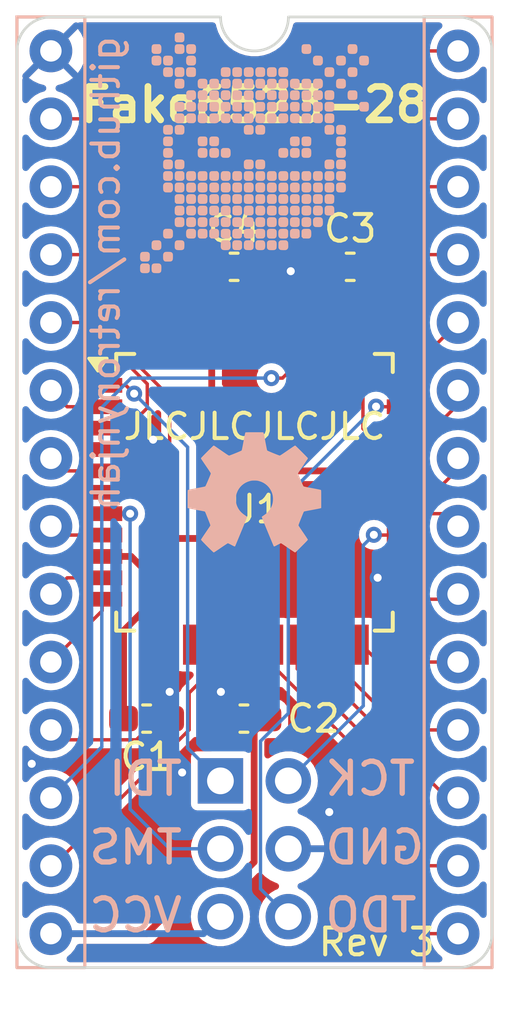
<source format=kicad_pcb>
(kicad_pcb (version 20240108) (generator "pcbnew") (generator_version "8.0")
  (title_block (title "MOS6523-28 Replacement \"Fake6523-28\" ATF1504") (date "2025-01-06") (rev "3"))
  (layers (0 "F.Cu" signal) (31 "B.Cu" signal) (34 "B.Paste" user) (35 "F.Paste" user) (36 "B.SilkS" user "B.Silkscreen") (37 "F.SilkS" user "F.Silkscreen") (38 "B.Mask" user) (39 "F.Mask" user) (44 "Edge.Cuts" user))
  (net 0 "")
  (net 1 "VCC")
  (net 2 "GND")
  (net 3 "/TDI")
  (net 4 "/TCK")
  (net 5 "/TMS")
  (net 6 "/TDO")
  (net 7 "/D1")
  (net 8 "/D2")
  (net 9 "/D3")
  (net 10 "/D4")
  (net 11 "/D5")
  (net 12 "/D6")
  (net 13 "/D7")
  (net 14 "/PA0")
  (net 15 "/PA1")
  (net 16 "/PA2")
  (net 17 "/PA3")
  (net 18 "/PA4")
  (net 19 "/PA5")
  (net 20 "/PA6")
  (net 21 "/PA7")
  (net 24 "/PB0")
  (net 26 "/PB1")
  (net 29 "/~{CS}")
  (net 30 "/R{slash}~{W}")
  (net 31 "/~{RST}")
  (net 32 "/RS2")
  (net 33 "/RS1")
  (net 34 "/RS0")
  (net 35 "unconnected-(U1-I{slash}O-Pad12)")
  (net 36 "/PC6")
  (net 37 "/PC7")
  (net 38 "/D0")
  (footprint "Capacitor_SMD:C_0603_1608Metric_Pad1.08x0.95mm_HandSolder" (layer "F.Cu") (at 141.3775 95.070322 180)
    (property "Reference" "C3" (at 0 1.43 0) (layer "F.SilkS"))
    (property "Value" "100n")
    (pad "1" smd roundrect (at -0.8625 0 180) (size 1.075 0.95) (layers "F.Cu" "F.Paste" "F.Mask") (net 1 "VCC"))
    (pad "2" smd roundrect (at 0.8625 0 180) (size 1.075 0.95) (layers "F.Cu" "F.Paste" "F.Mask") (net 2 "GND"))
  )
  (footprint "Connector_PinHeader_2.54mm:PinHeader_2x03_P2.54mm_Vertical" (layer "F.Cu") (at 136.52 114.3)
    (property "Reference" "J1")
    (property "Value" "JTAG" (hide yes))
    (pad "1" thru_hole rect (at 0 0) (size 1.7 1.7) (drill 1) (layers "*.Cu" "*.Mask") (net 3 "/TDI"))
    (pad "2" thru_hole oval (at 2.54 0) (size 1.7 1.7) (drill 1) (layers "*.Cu" "*.Mask") (net 4 "/TCK"))
    (pad "3" thru_hole oval (at 0 2.54) (size 1.7 1.7) (drill 1) (layers "*.Cu" "*.Mask") (net 5 "/TMS"))
    (pad "4" thru_hole oval (at 2.54 2.54) (size 1.7 1.7) (drill 1) (layers "*.Cu" "*.Mask") (net 2 "GND"))
    (pad "5" thru_hole oval (at 0 5.08) (size 1.7 1.7) (drill 1) (layers "*.Cu" "*.Mask") (net 1 "VCC"))
    (pad "6" thru_hole oval (at 2.54 5.08) (size 1.7 1.7) (drill 1) (layers "*.Cu" "*.Mask") (net 6 "/TDO"))
  )
  (footprint "Per:DIP-28_W15.24mm_BottomHeadersFlat" (layer "F.Cu") (at 130.175 86.995)
    (property "Reference" "U2")
    (property "Value" "MOS6523-28")
    (pad "1" thru_hole circle (at 0 0) (size 1.6 1.6) (drill 0.8) (layers "*.Cu" "*.Mask") (net 2 "GND"))
    (pad "2" thru_hole oval (at 0 2.54) (size 1.6 1.6) (drill 0.8) (layers "*.Cu" "*.Mask") (net 14 "/PA0"))
    (pad "3" thru_hole oval (at 0 5.08) (size 1.6 1.6) (drill 0.8) (layers "*.Cu" "*.Mask") (net 15 "/PA1"))
    (pad "4" thru_hole oval (at 0 7.62) (size 1.6 1.6) (drill 0.8) (layers "*.Cu" "*.Mask") (net 16 "/PA2"))
    (pad "5" thru_hole oval (at 0 10.16) (size 1.6 1.6) (drill 0.8) (layers "*.Cu" "*.Mask") (net 17 "/PA3"))
    (pad "6" thru_hole oval (at 0 12.7) (size 1.6 1.6) (drill 0.8) (layers "*.Cu" "*.Mask") (net 18 "/PA4"))
    (pad "7" thru_hole oval (at 0 15.24) (size 1.6 1.6) (drill 0.8) (layers "*.Cu" "*.Mask") (net 19 "/PA5"))
    (pad "8" thru_hole oval (at 0 17.78) (size 1.6 1.6) (drill 0.8) (layers "*.Cu" "*.Mask") (net 20 "/PA6"))
    (pad "9" thru_hole oval (at 0 20.32) (size 1.6 1.6) (drill 0.8) (layers "*.Cu" "*.Mask") (net 21 "/PA7"))
    (pad "10" thru_hole oval (at 0 22.86) (size 1.6 1.6) (drill 0.8) (layers "*.Cu" "*.Mask") (net 24 "/PB0"))
    (pad "11" thru_hole oval (at 0 25.4) (size 1.6 1.6) (drill 0.8) (layers "*.Cu" "*.Mask") (net 26 "/PB1"))
    (pad "12" thru_hole oval (at 0 27.94) (size 1.6 1.6) (drill 0.8) (layers "*.Cu" "*.Mask") (net 29 "/~{CS}"))
    (pad "13" thru_hole oval (at 0 30.48) (size 1.6 1.6) (drill 0.8) (layers "*.Cu" "*.Mask") (net 30 "/R{slash}~{W}"))
    (pad "14" thru_hole oval (at 0 33.02) (size 1.6 1.6) (drill 0.8) (layers "*.Cu" "*.Mask") (net 1 "VCC"))
    (pad "15" thru_hole oval (at 15.24 33.02) (size 1.6 1.6) (drill 0.8) (layers "*.Cu" "*.Mask") (net 31 "/~{RST}"))
    (pad "16" thru_hole oval (at 15.24 30.48) (size 1.6 1.6) (drill 0.8) (layers "*.Cu" "*.Mask") (net 32 "/RS2"))
    (pad "17" thru_hole oval (at 15.24 27.94) (size 1.6 1.6) (drill 0.8) (layers "*.Cu" "*.Mask") (net 33 "/RS1"))
    (pad "18" thru_hole oval (at 15.24 25.4) (size 1.6 1.6) (drill 0.8) (layers "*.Cu" "*.Mask") (net 34 "/RS0"))
    (pad "19" thru_hole oval (at 15.24 22.86) (size 1.6 1.6) (drill 0.8) (layers "*.Cu" "*.Mask") (net 36 "/PC6"))
    (pad "20" thru_hole oval (at 15.24 20.32) (size 1.6 1.6) (drill 0.8) (layers "*.Cu" "*.Mask") (net 37 "/PC7"))
    (pad "21" thru_hole oval (at 15.24 17.78) (size 1.6 1.6) (drill 0.8) (layers "*.Cu" "*.Mask") (net 38 "/D0"))
    (pad "22" thru_hole oval (at 15.24 15.24) (size 1.6 1.6) (drill 0.8) (layers "*.Cu" "*.Mask") (net 7 "/D1"))
    (pad "23" thru_hole oval (at 15.24 12.7) (size 1.6 1.6) (drill 0.8) (layers "*.Cu" "*.Mask") (net 8 "/D2"))
    (pad "24" thru_hole oval (at 15.24 10.16) (size 1.6 1.6) (drill 0.8) (layers "*.Cu" "*.Mask") (net 9 "/D3"))
    (pad "25" thru_hole oval (at 15.24 7.62) (size 1.6 1.6) (drill 0.8) (layers "*.Cu" "*.Mask") (net 10 "/D4"))
    (pad "26" thru_hole oval (at 15.24 5.08) (size 1.6 1.6) (drill 0.8) (layers "*.Cu" "*.Mask") (net 11 "/D5"))
    (pad "27" thru_hole oval (at 15.24 2.54) (size 1.6 1.6) (drill 0.8) (layers "*.Cu" "*.Mask") (net 12 "/D6"))
    (pad "28" thru_hole oval (at 15.24 0) (size 1.6 1.6) (drill 0.8) (layers "*.Cu" "*.Mask") (net 13 "/D7"))
  )
  (footprint "Capacitor_SMD:C_0603_1608Metric_Pad1.08x0.95mm_HandSolder" (layer "F.Cu") (at 137.031612 95.070322)
    (property "Reference" "C4" (at 0 -1.43 0) (layer "F.SilkS"))
    (property "Value" "100n")
    (pad "1" smd roundrect (at -0.8625 0) (size 1.075 0.95) (layers "F.Cu" "F.Paste" "F.Mask") (net 1 "VCC"))
    (pad "2" smd roundrect (at 0.8625 0) (size 1.075 0.95) (layers "F.Cu" "F.Paste" "F.Mask") (net 2 "GND"))
  )
  (footprint "Capacitor_SMD:C_0603_1608Metric_Pad1.08x0.95mm_HandSolder" (layer "F.Cu") (at 137.399597 111.970645 180)
    (property "Reference" "C2" (at -2.600403 0 0) (layer "F.SilkS"))
    (property "Value" "100n")
    (pad "1" smd roundrect (at -0.8625 0 180) (size 1.075 0.95) (layers "F.Cu" "F.Paste" "F.Mask") (net 1 "VCC"))
    (pad "2" smd roundrect (at 0.8625 0 180) (size 1.075 0.95) (layers "F.Cu" "F.Paste" "F.Mask") (net 2 "GND"))
  )
  (footprint "Package_QFP:TQFP-44_10x10mm_P0.8mm" (layer "F.Cu") (at 137.795 103.505)
    (property "Reference" "U1" (at 0 0.635 0) (layer "F.SilkS"))
    (property "Value" "ATF1504AS")
    (pad "1" smd rect (at -5.7 -4) (size 1.5 0.55) (layers "F.Cu" "F.Paste" "F.Mask") (net 3 "/TDI"))
    (pad "2" smd rect (at -5.7 -3.2) (size 1.5 0.55) (layers "F.Cu" "F.Paste" "F.Mask") (net 18 "/PA4"))
    (pad "3" smd rect (at -5.7 -2.4) (size 1.5 0.55) (layers "F.Cu" "F.Paste" "F.Mask") (net 17 "/PA3"))
    (pad "4" smd rect (at -5.7 -1.6) (size 1.5 0.55) (layers "F.Cu" "F.Paste" "F.Mask") (net 2 "GND"))
    (pad "5" smd rect (at -5.7 -0.8) (size 1.5 0.55) (layers "F.Cu" "F.Paste" "F.Mask") (net 19 "/PA5"))
    (pad "6" smd rect (at -5.7 0) (size 1.5 0.55) (layers "F.Cu" "F.Paste" "F.Mask") (net 16 "/PA2"))
    (pad "7" smd rect (at -5.7 0.8) (size 1.5 0.55) (layers "F.Cu" "F.Paste" "F.Mask") (net 5 "/TMS"))
    (pad "8" smd rect (at -5.7 1.6) (size 1.5 0.55) (layers "F.Cu" "F.Paste" "F.Mask") (net 20 "/PA6"))
    (pad "9" smd rect (at -5.7 2.4) (size 1.5 0.55) (layers "F.Cu" "F.Paste" "F.Mask") (net 1 "VCC"))
    (pad "10" smd rect (at -5.7 3.2) (size 1.5 0.55) (layers "F.Cu" "F.Paste" "F.Mask") (net 21 "/PA7"))
    (pad "11" smd rect (at -5.7 4) (size 1.5 0.55) (layers "F.Cu" "F.Paste" "F.Mask") (net 24 "/PB0"))
    (pad "12" smd rect (at -4 5.7 90) (size 1.5 0.55) (layers "F.Cu" "F.Paste" "F.Mask") (net 35 "unconnected-(U1-I{slash}O-Pad12)"))
    (pad "13" smd rect (at -3.2 5.7 90) (size 1.5 0.55) (layers "F.Cu" "F.Paste" "F.Mask") (net 26 "/PB1"))
    (pad "14" smd rect (at -2.4 5.7 90) (size 1.5 0.55) (layers "F.Cu" "F.Paste" "F.Mask"))
    (pad "15" smd rect (at -1.6 5.7 90) (size 1.5 0.55) (layers "F.Cu" "F.Paste" "F.Mask") (net 30 "/R{slash}~{W}"))
    (pad "16" smd rect (at -0.8 5.7 90) (size 1.5 0.55) (layers "F.Cu" "F.Paste" "F.Mask") (net 2 "GND"))
    (pad "17" smd rect (at 0 5.7 90) (size 1.5 0.55) (layers "F.Cu" "F.Paste" "F.Mask") (net 1 "VCC"))
    (pad "18" smd rect (at 0.8 5.7 90) (size 1.5 0.55) (layers "F.Cu" "F.Paste" "F.Mask") (net 31 "/~{RST}"))
    (pad "19" smd rect (at 1.6 5.7 90) (size 1.5 0.55) (layers "F.Cu" "F.Paste" "F.Mask") (net 32 "/RS2"))
    (pad "20" smd rect (at 2.4 5.7 90) (size 1.5 0.55) (layers "F.Cu" "F.Paste" "F.Mask") (net 33 "/RS1"))
    (pad "21" smd rect (at 3.2 5.7 90) (size 1.5 0.55) (layers "F.Cu" "F.Paste" "F.Mask") (net 34 "/RS0"))
    (pad "22" smd rect (at 4 5.7 90) (size 1.5 0.55) (layers "F.Cu" "F.Paste" "F.Mask") (net 36 "/PC6"))
    (pad "23" smd rect (at 5.7 4) (size 1.5 0.55) (layers "F.Cu" "F.Paste" "F.Mask") (net 37 "/PC7"))
    (pad "24" smd rect (at 5.7 3.2) (size 1.5 0.55) (layers "F.Cu" "F.Paste" "F.Mask") (net 2 "GND"))
    (pad "25" smd rect (at 5.7 2.4) (size 1.5 0.55) (layers "F.Cu" "F.Paste" "F.Mask"))
    (pad "26" smd rect (at 5.7 1.6) (size 1.5 0.55) (layers "F.Cu" "F.Paste" "F.Mask") (net 4 "/TCK"))
    (pad "27" smd rect (at 5.7 0.8) (size 1.5 0.55) (layers "F.Cu" "F.Paste" "F.Mask") (net 38 "/D0"))
    (pad "28" smd rect (at 5.7 0) (size 1.5 0.55) (layers "F.Cu" "F.Paste" "F.Mask") (net 7 "/D1"))
    (pad "29" smd rect (at 5.7 -0.8) (size 1.5 0.55) (layers "F.Cu" "F.Paste" "F.Mask") (net 1 "VCC"))
    (pad "30" smd rect (at 5.7 -1.6) (size 1.5 0.55) (layers "F.Cu" "F.Paste" "F.Mask") (net 10 "/D4"))
    (pad "31" smd rect (at 5.7 -2.4) (size 1.5 0.55) (layers "F.Cu" "F.Paste" "F.Mask") (net 8 "/D2"))
    (pad "32" smd rect (at 5.7 -3.2) (size 1.5 0.55) (layers "F.Cu" "F.Paste" "F.Mask") (net 6 "/TDO"))
    (pad "33" smd rect (at 5.7 -4) (size 1.5 0.55) (layers "F.Cu" "F.Paste" "F.Mask") (net 9 "/D3"))
    (pad "34" smd rect (at 4 -5.7 90) (size 1.5 0.55) (layers "F.Cu" "F.Paste" "F.Mask") (net 11 "/D5"))
    (pad "35" smd rect (at 3.2 -5.7 90) (size 1.5 0.55) (layers "F.Cu" "F.Paste" "F.Mask") (net 12 "/D6"))
    (pad "36" smd rect (at 2.4 -5.7 90) (size 1.5 0.55) (layers "F.Cu" "F.Paste" "F.Mask") (net 2 "GND"))
    (pad "37" smd rect (at 1.6 -5.7 90) (size 1.5 0.55) (layers "F.Cu" "F.Paste" "F.Mask") (net 29 "/~{CS}"))
    (pad "38" smd rect (at 0.8 -5.7 90) (size 1.5 0.55) (layers "F.Cu" "F.Paste" "F.Mask"))
    (pad "39" smd rect (at 0 -5.7 90) (size 1.5 0.55) (layers "F.Cu" "F.Paste" "F.Mask"))
    (pad "40" smd rect (at -0.8 -5.7 90) (size 1.5 0.55) (layers "F.Cu" "F.Paste" "F.Mask"))
    (pad "41" smd rect (at -1.6 -5.7 90) (size 1.5 0.55) (layers "F.Cu" "F.Paste" "F.Mask") (net 1 "VCC"))
    (pad "42" smd rect (at -2.4 -5.7 90) (size 1.5 0.55) (layers "F.Cu" "F.Paste" "F.Mask") (net 13 "/D7"))
    (pad "43" smd rect (at -3.2 -5.7 90) (size 1.5 0.55) (layers "F.Cu" "F.Paste" "F.Mask") (net 14 "/PA0"))
    (pad "44" smd rect (at -4 -5.7 90) (size 1.5 0.55) (layers "F.Cu" "F.Paste" "F.Mask") (net 15 "/PA1"))
  )
  (footprint "Capacitor_SMD:C_0603_1608Metric_Pad1.08x0.95mm_HandSolder" (layer "F.Cu") (at 133.7575 111.970645)
    (property "Reference" "C1" (at 0 1.43 0) (layer "F.SilkS"))
    (property "Value" "100n")
    (pad "1" smd roundrect (at -0.8625 0) (size 1.075 0.95) (layers "F.Cu" "F.Paste" "F.Mask") (net 1 "VCC"))
    (pad "2" smd roundrect (at 0.8625 0) (size 1.075 0.95) (layers "F.Cu" "F.Paste" "F.Mask") (net 2 "GND"))
  )
  (footprint "LOGO" (layer "B.Cu") (at 137.795 90.805 180)
    (property "Reference" "G***" (hide yes))
    (property "Value" "LOGO" (hide yes))
  )
  (footprint "LOGO" (layer "B.Cu") (at 137.795 103.505 180)
    (property "Reference" "G***" (hide yes))
    (property "Value" "LOGO" (hide yes))
  )
  (gr_arc (start 128.905 86.995) (mid 129.276974 86.096974) (end 130.175 85.725) (stroke (width 0.1)) (layer "Edge.Cuts"))
  (gr_arc (start 130.175 121.285) (mid 129.276974 120.913026) (end 128.905 120.015) (stroke (width 0.1)) (layer "Edge.Cuts"))
  (gr_line (start 128.905 120.015) (end 128.905 86.995) (stroke (width 0.1)) (layer "Edge.Cuts"))
  (gr_line (start 145.415 121.285) (end 130.175 121.285) (stroke (width 0.1)) (layer "Edge.Cuts"))
  (gr_arc (start 145.415 85.725) (mid 146.313026 86.096974) (end 146.685 86.995) (stroke (width 0.1)) (layer "Edge.Cuts"))
  (gr_arc (start 146.685 120.015) (mid 146.313026 120.913026) (end 145.415 121.285) (stroke (width 0.1)) (layer "Edge.Cuts"))
  (gr_line (start 145.415 85.725) (end 139.065 85.725) (stroke (width 0.1)) (layer "Edge.Cuts"))
  (gr_line (start 130.175 85.725) (end 136.525 85.725) (stroke (width 0.1)) (layer "Edge.Cuts"))
  (gr_line (start 146.685 86.995) (end 146.685 120.015) (stroke (width 0.1)) (layer "Edge.Cuts"))
  (gr_arc (start 139.065 85.725) (mid 137.795 86.995) (end 136.525 85.725) (stroke (width 0.1)) (layer "Edge.Cuts"))
  (gr_text "GND" (at 140.335 117.49 0) (layer "B.SilkS") (effects (font (size 1.2 1.2) (thickness 0.2)) (justify right bottom mirror)))
  (gr_text "TDI" (at 135.19 114.92 0) (layer "B.SilkS") (effects (font (size 1.2 1.2) (thickness 0.2)) (justify left bottom mirror)))
  (gr_text "TCK" (at 140.335 114.92 0) (layer "B.SilkS") (effects (font (size 1.2 1.2) (thickness 0.2)) (justify right bottom mirror)))
  (gr_text "VCC" (at 135.19 120.03 0) (layer "B.SilkS") (effects (font (size 1.2 1.2) (thickness 0.2)) (justify left bottom mirror)))
  (gr_text "TMS" (at 135.19 117.49 0) (layer "B.SilkS") (effects (font (size 1.2 1.2) (thickness 0.2)) (justify left bottom mirror)))
  (gr_text "TDO" (at 140.335 120.03 0) (layer "B.SilkS") (effects (font (size 1.2 1.2) (thickness 0.2)) (justify right bottom mirror)))
  (gr_text "github.com/retronynjah" (at 132.815 86.36 90) (layer "B.SilkS") (effects (font (size 1 1)) (justify left bottom mirror)))
  (gr_text "JLCJLCJLCJLC" (at 137.795 101.6 0) (layer "F.SilkS") (effects (font (size 0.95 0.95) (thickness 0.15) (bold yes)) (justify bottom)))
  (gr_text "Rev ${REVISION}" (at 140.104821 120.918623 0) (layer "F.SilkS") (effects (font (size 1 1)) (justify left bottom)))
  (gr_text "Fake6523-28" (at 137.795 89.74 0) (layer "F.SilkS") (effects (font (size 1.25 1.25) (thickness 0.25) (bold yes)) (justify bottom)))
  (segment (start 133.177903 105.905) (end 133.612419 106.339516) (width 0.254) (layer "F.Cu") (net 1))
  (segment (start 137.795 109.205) (end 137.795 110.503548) (width 0.254) (layer "F.Cu") (net 1))
  (segment (start 138.262097 110.970645) (end 138.262097 111.970645) (width 0.254) (layer "F.Cu") (net 1))
  (segment (start 142.324 95.154322) (end 142.324 98.896072) (width 0.254) (layer "F.Cu") (net 1))
  (segment (start 132.895 108.682741) (end 132.895 111.970645) (width 0.254) (layer "F.Cu") (net 1))
  (segment (start 134.72 105.231935) (end 133.612419 106.339516) (width 0.254) (layer "F.Cu") (net 1))
  (segment (start 142.324 98.896072) (end 140.510879 100.709193) (width 0.254) (layer "F.Cu") (net 1))
  (segment (start 136.195 97.805) (end 136.195 99.657258) (width 0.254) (layer "F.Cu") (net 1))
  (segment (start 137.795 110.503548) (end 138.262097 110.970645) (width 0.254) (layer "F.Cu") (net 1))
  (segment (start 137.246935 107.581128) (end 137.795 108.129193) (width 0.254) (layer "F.Cu") (net 1))
  (segment (start 133.612419 106.339516) (end 133.612419 107.965322) (width 0.254) (layer "F.Cu") (net 1))
  (segment (start 137.78143 112.451312) (end 137.78143 117.335448) (width 0.254) (layer "F.Cu") (net 1))
  (segment (start 137.246935 100.709193) (end 137.246935 102.705) (width 0.254) (layer "F.Cu") (net 1))
  (segment (start 138.262097 111.970645) (end 137.78143 112.451312) (width 0.254) (layer "F.Cu") (net 1))
  (segment (start 137.795 108.129193) (end 137.795 109.205) (width 0.254) (layer "F.Cu") (net 1))
  (segment (start 133.770881 120.015) (end 130.175 120.015) (width 0.254) (layer "F.Cu") (net 1))
  (segment (start 137.78143 117.335448) (end 136.998667 118.118211) (width 0.254) (layer "F.Cu") (net 1))
  (segment (start 136.998667 118.118211) (end 135.66767 118.118211) (width 0.254) (layer "F.Cu") (net 1))
  (segment (start 132.095 105.905) (end 133.177903 105.905) (width 0.254) (layer "F.Cu") (net 1))
  (segment (start 140.510879 100.709193) (end 137.246935 100.709193) (width 0.254) (layer "F.Cu") (net 1))
  (segment (start 137.246935 105.231935) (end 134.72 105.231935) (width 0.254) (layer "F.Cu") (net 1))
  (segment (start 133.612419 107.965322) (end 132.895 108.682741) (width 0.254) (layer "F.Cu") (net 1))
  (segment (start 136.169112 97.779112) (end 136.195 97.805) (width 0.254) (layer "F.Cu") (net 1))
  (segment (start 136.169112 95.070322) (end 136.169112 97.779112) (width 0.254) (layer "F.Cu") (net 1))
  (segment (start 137.246935 102.647258) (end 137.246935 107.581128) (width 0.254) (layer "F.Cu") (net 1))
  (segment (start 142.24 95.070322) (end 142.324 95.154322) (width 0.254) (layer "F.Cu") (net 1))
  (segment (start 135.66767 118.118211) (end 133.770881 120.015) (width 0.254) (layer "F.Cu") (net 1))
  (segment (start 136.195 99.657258) (end 137.246935 100.709193) (width 0.254) (layer "F.Cu") (net 1))
  (segment (start 143.495 102.705) (end 137.246935 102.705) (width 0.254) (layer "F.Cu") (net 1))
  (segment (start 130.175 120.015) (end 135.885 120.015) (width 0.254) (layer "B.Cu") (net 1))
  (segment (start 135.885 120.015) (end 136.52 119.38) (width 0.254) (layer "B.Cu") (net 1))
  (segment (start 135.086072 113.42167) (end 136.537097 111.970645) (width 0.254) (layer "F.Cu") (net 2))
  (segment (start 136.995 110.512742) (end 136.995 109.205) (width 0.254) (layer "F.Cu") (net 2))
  (segment (start 136.537097 110.970645) (end 136.995 110.512742) (width 0.254) (layer "F.Cu") (net 2))
  (segment (start 140.195 97.805) (end 140.195 95.390322) (width 0.254) (layer "F.Cu") (net 2))
  (segment (start 135.086072 113.986297) (end 135.086072 113.42167) (width 0.254) (layer "F.Cu") (net 2))
  (segment (start 140.195 95.390322) (end 140.515 95.070322) (width 0.254) (layer "F.Cu") (net 2))
  (via (at 136.537097 110.970645) (size 0.6) (drill 0.3) (layers "F.Cu" "B.Cu") (net 2))
  (via (at 140.592836 115.467014) (size 0.6) (drill 0.3) (layers "F.Cu" "B.Cu") (net 2))
  (via (at 129.458131 113.661362) (size 0.6) (drill 0.3) (layers "F.Cu" "B.Cu") (net 2))
  (via (at 134.000331 101.536728) (size 0.6) (drill 0.3) (layers "F.Cu" "B.Cu") (net 2))
  (via (at 142.403657 106.701296) (size 0.6) (drill 0.3) (layers "F.Cu" "B.Cu") (net 2))
  (via (at 139.151474 95.234723) (size 0.6) (drill 0.3) (layers "F.Cu" "B.Cu") (net 2))
  (via (at 134.62 110.970645) (size 0.6) (drill 0.3) (layers "F.Cu" "B.Cu") (net 2))
  (via (at 135.086072 113.986297) (size 0.6) (drill 0.3) (layers "F.Cu" "B.Cu") (net 2))
  (segment (start 132.095 99.505) (end 132.981657 99.505) (width 0.127) (layer "F.Cu") (net 3))
  (segment (start 132.981657 99.505) (end 133.290983 99.814326) (width 0.127) (layer "F.Cu") (net 3))
  (via (at 133.290983 99.814326) (size 0.6) (drill 0.3) (layers "F.Cu" "B.Cu") (net 3))
  (segment (start 133.290983 99.814326) (end 135.291995 101.815338) (width 0.127) (layer "B.Cu") (net 3))
  (segment (start 135.291995 113.071995) (end 136.52 114.3) (width 0.127) (layer "B.Cu") (net 3))
  (segment (start 135.291995 101.815338) (end 135.291995 113.071995) (width 0.127) (layer "B.Cu") (net 3))
  (segment (start 142.270729 105.105) (end 142.26109 105.095361) (width 0.127) (layer "F.Cu") (net 4))
  (segment (start 143.495 105.105) (end 142.270729 105.105) (width 0.127) (layer "F.Cu") (net 4))
  (via (at 142.26109 105.095361) (size 0.6) (drill 0.3) (layers "F.Cu" "B.Cu") (net 4))
  (segment (start 141.865641 105.49081) (end 141.865641 111.494359) (width 0.127) (layer "B.Cu") (net 4))
  (segment (start 142.26109 105.095361) (end 141.865641 105.49081) (width 0.127) (layer "B.Cu") (net 4))
  (segment (start 141.865641 111.494359) (end 139.06 114.3) (width 0.127) (layer "B.Cu") (net 4))
  (segment (start 133.13951 104.305) (end 132.095 104.305) (width 0.127) (layer "F.Cu") (net 5))
  (via (at 133.13951 104.305) (size 0.6) (drill 0.3) (layers "F.Cu" "B.Cu") (net 5))
  (segment (start 134.62 116.84) (end 136.52 116.84) (width 0.127) (layer "B.Cu") (net 5))
  (segment (start 133.13951 104.305) (end 133.13951 115.35951) (width 0.127) (layer "B.Cu") (net 5))
  (segment (start 133.13951 115.35951) (end 134.62 116.84) (width 0.127) (layer "B.Cu") (net 5))
  (segment (start 143.495 100.305) (end 142.350162 100.305) (width 0.127) (layer "F.Cu") (net 6))
  (segment (start 142.350162 100.305) (end 142.344516 100.299354) (width 0.127) (layer "F.Cu") (net 6))
  (via (at 142.344516 100.299354) (size 0.6) (drill 0.3) (layers "F.Cu" "B.Cu") (net 6))
  (segment (start 139.06 103.58387) (end 139.06 111.775588) (width 0.127) (layer "B.Cu") (net 6))
  (segment (start 139.06 111.775588) (end 138.0195 112.816088) (width 0.127) (layer "B.Cu") (net 6))
  (segment (start 138.0195 112.816088) (end 138.0195 118.3395) (width 0.127) (layer "B.Cu") (net 6))
  (segment (start 138.0195 118.3395) (end 139.06 119.38) (width 0.127) (layer "B.Cu") (net 6))
  (segment (start 142.344516 100.299354) (end 139.06 103.58387) (width 0.127) (layer "B.Cu") (net 6))
  (segment (start 143.495 103.505) (end 144.543502 103.505) (width 0.127) (layer "F.Cu") (net 7))
  (segment (start 144.543502 103.505) (end 145.415 102.633502) (width 0.127) (layer "F.Cu") (net 7))
  (segment (start 145.415 102.633502) (end 145.415 102.235) (width 0.127) (layer "F.Cu") (net 7))
  (segment (start 143.495 101.105) (end 144.523672 101.105) (width 0.127) (layer "F.Cu") (net 8))
  (segment (start 145.415 100.213672) (end 145.415 99.695) (width 0.127) (layer "F.Cu") (net 8))
  (segment (start 144.523672 101.105) (end 145.415 100.213672) (width 0.127) (layer "F.Cu") (net 8))
  (segment (start 143.495 99.505) (end 143.495 99.075) (width 0.127) (layer "F.Cu") (net 9))
  (segment (start 143.495 99.075) (end 145.415 97.155) (width 0.127) (layer "F.Cu") (net 9))
  (segment (start 143.495 101.905) (end 142.889 101.905) (width 0.127) (layer "F.Cu") (net 10))
  (segment (start 142.634677 101.905) (end 141.854016 101.124339) (width 0.127) (layer "F.Cu") (net 10))
  (segment (start 141.854016 99.815069) (end 143.18387 98.485215) (width 0.127) (layer "F.Cu") (net 10))
  (segment (start 141.854016 101.124339) (end 141.854016 99.815069) (width 0.127) (layer "F.Cu") (net 10))
  (segment (start 143.495 101.905) (end 142.634677 101.905) (width 0.127) (layer "F.Cu") (net 10))
  (segment (start 143.18387 98.485215) (end 143.18387 95.610607) (width 0.127) (layer "F.Cu") (net 10))
  (segment (start 144.179477 94.615) (end 145.415 94.615) (width 0.127) (layer "F.Cu") (net 10))
  (segment (start 143.18387 95.610607) (end 144.179477 94.615) (width 0.127) (layer "F.Cu") (net 10))
  (segment (start 141.497 94.32066) (end 141.497 96.476686) (width 0.127) (layer "F.Cu") (net 11))
  (segment (start 141.497 96.476686) (end 141.795 96.774686) (width 0.127) (layer "F.Cu") (net 11))
  (segment (start 145.415 92.075) (end 143.74266 92.075) (width 0.127) (layer "F.Cu") (net 11))
  (segment (start 143.74266 92.075) (end 141.497 94.32066) (width 0.127) (layer "F.Cu") (net 11))
  (segment (start 141.795 96.774686) (end 141.795 97.805) (width 0.127) (layer "F.Cu") (net 11))
  (segment (start 140.995 96.735822) (end 140.995 97.805) (width 0.127) (layer "F.Cu") (net 12))
  (segment (start 141.243 92.57958) (end 141.243 96.491686) (width 0.127) (layer "F.Cu") (net 12))
  (segment (start 144.28758 89.535) (end 141.243 92.57958) (width 0.127) (layer "F.Cu") (net 12))
  (segment (start 145.415 89.535) (end 144.28758 89.535) (width 0.127) (layer "F.Cu") (net 12))
  (segment (start 140.998864 96.735822) (end 140.995 96.735822) (width 0.127) (layer "F.Cu") (net 12))
  (segment (start 141.243 96.491686) (end 140.998864 96.735822) (width 0.127) (layer "F.Cu") (net 12))
  (segment (start 141.401123 86.995) (end 135.395 93.001123) (width 0.127) (layer "F.Cu") (net 13))
  (segment (start 135.395 93.001123) (end 135.395 97.805) (width 0.127) (layer "F.Cu") (net 13))
  (segment (start 145.415 86.995) (end 141.401123 86.995) (width 0.127) (layer "F.Cu") (net 13))
  (segment (start 134.595 92.666292) (end 131.463708 89.535) (width 0.127) (layer "F.Cu") (net 14))
  (segment (start 134.595 97.805) (end 134.595 92.666292) (width 0.127) (layer "F.Cu") (net 14))
  (segment (start 131.463708 89.535) (end 130.175 89.535) (width 0.127) (layer "F.Cu") (net 14))
  (segment (start 131.591924 92.075) (end 133.795 94.278076) (width 0.127) (layer "F.Cu") (net 15))
  (segment (start 130.175 92.075) (end 131.591924 92.075) (width 0.127) (layer "F.Cu") (net 15))
  (segment (start 133.795 94.278076) (end 133.795 97.805) (width 0.127) (layer "F.Cu") (net 15))
  (segment (start 130.175 94.615) (end 131.616867 94.615) (width 0.127) (layer "F.Cu") (net 16))
  (segment (start 131.616867 94.615) (end 133.3295 96.327633) (width 0.127) (layer "F.Cu") (net 16))
  (segment (start 133.038389 103.505) (end 132.095 103.505) (width 0.127) (layer "F.Cu") (net 16))
  (segment (start 134.62 99.931746) (end 134.62 101.923389) (width 0.127) (layer "F.Cu") (net 16))
  (segment (start 133.3295 96.327633) (end 133.3295 98.641246) (width 0.127) (layer "F.Cu") (net 16))
  (segment (start 133.3295 98.641246) (end 134.62 99.931746) (width 0.127) (layer "F.Cu") (net 16))
  (segment (start 134.62 101.923389) (end 133.038389 103.505) (width 0.127) (layer "F.Cu") (net 16))
  (segment (start 133.781483 100.350544) (end 133.027027 101.105) (width 0.127) (layer "F.Cu") (net 17))
  (segment (start 133.0755 98.746456) (end 133.781483 99.452439) (width 0.127) (layer "F.Cu") (net 17))
  (segment (start 132.627513 97.155) (end 133.0755 97.602987) (width 0.127) (layer "F.Cu") (net 17))
  (segment (start 133.781483 99.452439) (end 133.781483 100.350544) (width 0.127) (layer "F.Cu") (net 17))
  (segment (start 133.027027 101.105) (end 132.095 101.105) (width 0.127) (layer "F.Cu") (net 17))
  (segment (start 133.0755 97.602987) (end 133.0755 98.746456) (width 0.127) (layer "F.Cu") (net 17))
  (segment (start 130.175 97.155) (end 132.627513 97.155) (width 0.127) (layer "F.Cu") (net 17))
  (segment (start 130.785 100.305) (end 130.175 99.695) (width 0.127) (layer "F.Cu") (net 18))
  (segment (start 132.095 100.305) (end 130.785 100.305) (width 0.127) (layer "F.Cu") (net 18))
  (segment (start 132.095 102.705) (end 130.645 102.705) (width 0.127) (layer "F.Cu") (net 19))
  (segment (start 130.645 102.705) (end 130.175 102.235) (width 0.127) (layer "F.Cu") (net 19))
  (segment (start 130.505 105.105) (end 130.175 104.775) (width 0.127) (layer "F.Cu") (net 20))
  (segment (start 132.095 105.105) (end 130.505 105.105) (width 0.127) (layer "F.Cu") (net 20))
  (segment (start 130.785 106.705) (end 130.175 107.315) (width 0.127) (layer "F.Cu") (net 21))
  (segment (start 132.095 106.705) (end 130.785 106.705) (width 0.127) (layer "F.Cu") (net 21))
  (segment (start 132.095 107.935) (end 130.175 109.855) (width 0.127) (layer "F.Cu") (net 24))
  (segment (start 132.095 107.505) (end 132.095 107.935) (width 0.127) (layer "F.Cu") (net 24))
  (segment (start 134.595 109.205) (end 134.595 109.846281) (width 0.127) (layer "F.Cu") (net 26))
  (segment (start 134.595 109.846281) (end 133.732669 110.708612) (width 0.127) (layer "F.Cu") (net 26))
  (segment (start 133.732669 112.405331) (end 133.374151 112.763849) (width 0.127) (layer "F.Cu") (net 26))
  (segment (start 133.732669 110.708612) (end 133.732669 112.405331) (width 0.127) (layer "F.Cu") (net 26))
  (segment (start 133.374151 112.763849) (end 130.543849 112.763849) (width 0.127) (layer "F.Cu") (net 26))
  (segment (start 130.543849 112.763849) (end 130.175 112.395) (width 0.127) (layer "F.Cu") (net 26))
  (segment (start 138.426882 99.234129) (end 138.842871 99.234129) (width 0.127) (layer "F.Cu") (net 29))
  (segment (start 139.395 98.682) (end 139.395 97.805) (width 0.127) (layer "F.Cu") (net 29))
  (segment (start 138.842871 99.234129) (end 139.395 98.682) (width 0.127) (layer "F.Cu") (net 29))
  (via (at 138.426882 99.234129) (size 0.6) (drill 0.3) (layers "F.Cu" "B.Cu") (net 29))
  (segment (start 132.08 113.03) (end 132.08 101.6) (width 0.127) (layer "B.Cu") (net 29))
  (segment (start 133.177508 99.234129) (end 138.426882 99.234129) (width 0.127) (layer "B.Cu") (net 29))
  (segment (start 130.175 114.935) (end 132.08 113.03) (width 0.127) (layer "B.Cu") (net 29))
  (segment (start 132.08 101.6) (end 132.08 100.331637) (width 0.127) (layer "B.Cu") (net 29))
  (segment (start 132.08 100.331637) (end 133.177508 99.234129) (width 0.127) (layer "B.Cu") (net 29))
  (segment (start 135.349486 111.008892) (end 135.349486 112.390523) (width 0.127) (layer "F.Cu") (net 30))
  (segment (start 136.195 109.205) (end 136.195 110.163378) (width 0.127) (layer "F.Cu") (net 30))
  (segment (start 130.265009 117.475) (end 130.175 117.475) (width 0.127) (layer "F.Cu") (net 30))
  (segment (start 135.349486 112.390523) (end 130.265009 117.475) (width 0.127) (layer "F.Cu") (net 30))
  (segment (start 136.195 110.163378) (end 135.349486 111.008892) (width 0.127) (layer "F.Cu") (net 30))
  (segment (start 138.595 109.205) (end 138.595 110.106893) (width 0.127) (layer "F.Cu") (net 31))
  (segment (start 141.456129 117.419317) (end 144.051812 120.015) (width 0.127) (layer "F.Cu") (net 31))
  (segment (start 141.456129 112.968022) (end 141.456129 117.419317) (width 0.127) (layer "F.Cu") (net 31))
  (segment (start 144.051812 120.015) (end 145.415 120.015) (width 0.127) (layer "F.Cu") (net 31))
  (segment (start 138.595 110.106893) (end 141.456129 112.968022) (width 0.127) (layer "F.Cu") (net 31))
  (segment (start 139.395 110.110136) (end 142.24 112.955136) (width 0.127) (layer "F.Cu") (net 32))
  (segment (start 142.24 112.955136) (end 142.24 115.725038) (width 0.127) (layer "F.Cu") (net 32))
  (segment (start 142.24 115.725038) (end 143.989962 117.475) (width 0.127) (layer "F.Cu") (net 32))
  (segment (start 143.989962 117.475) (end 145.415 117.475) (width 0.127) (layer "F.Cu") (net 32))
  (segment (start 139.395 109.205) (end 139.395 110.110136) (width 0.127) (layer "F.Cu") (net 32))
  (segment (start 140.195 109.205) (end 140.195 110.126267) (width 0.127) (layer "F.Cu") (net 33))
  (segment (start 145.003733 114.935) (end 145.415 114.935) (width 0.127) (layer "F.Cu") (net 33))
  (segment (start 140.195 110.126267) (end 145.003733 114.935) (width 0.127) (layer "F.Cu") (net 33))
  (segment (start 140.995 109.205) (end 140.995 110.093188) (width 0.127) (layer "F.Cu") (net 34))
  (segment (start 143.296812 112.395) (end 145.415 112.395) (width 0.127) (layer "F.Cu") (net 34))
  (segment (start 140.995 110.093188) (end 143.296812 112.395) (width 0.127) (layer "F.Cu") (net 34))
  (segment (start 133.795 109.205) (end 133.638 109.362) (width 0.127) (layer "F.Cu") (net 35))
  (segment (start 141.795 109.205) (end 142.445 109.855) (width 0.127) (layer "F.Cu") (net 36))
  (segment (start 142.445 109.855) (end 145.415 109.855) (width 0.127) (layer "F.Cu") (net 36))
  (segment (start 143.495 107.505) (end 145.225 107.505) (width 0.127) (layer "F.Cu") (net 37))
  (segment (start 145.225 107.505) (end 145.415 107.315) (width 0.127) (layer "F.Cu") (net 37))
  (segment (start 143.495 107.505) (end 143.5475 107.5575) (width 0.127) (layer "F.Cu") (net 37))
  (segment (start 144.945 104.305) (end 145.415 104.775) (width 0.127) (layer "F.Cu") (net 38))
  (segment (start 143.495 104.305) (end 144.945 104.305) (width 0.127) (layer "F.Cu") (net 38))
  (zone (net 2) (net_name "GND") (layers "F&B.Cu") (connect_pads (clearance 0.254)) (min_thickness 0.254) (fill yes (thermal_gap 0.5) (thermal_bridge_width 0.254))
    (polygon (pts (xy 128.27 85.09) (xy 147.32 85.09) (xy 147.32 121.92) (xy 128.27 121.92)))
  )
)
</source>
